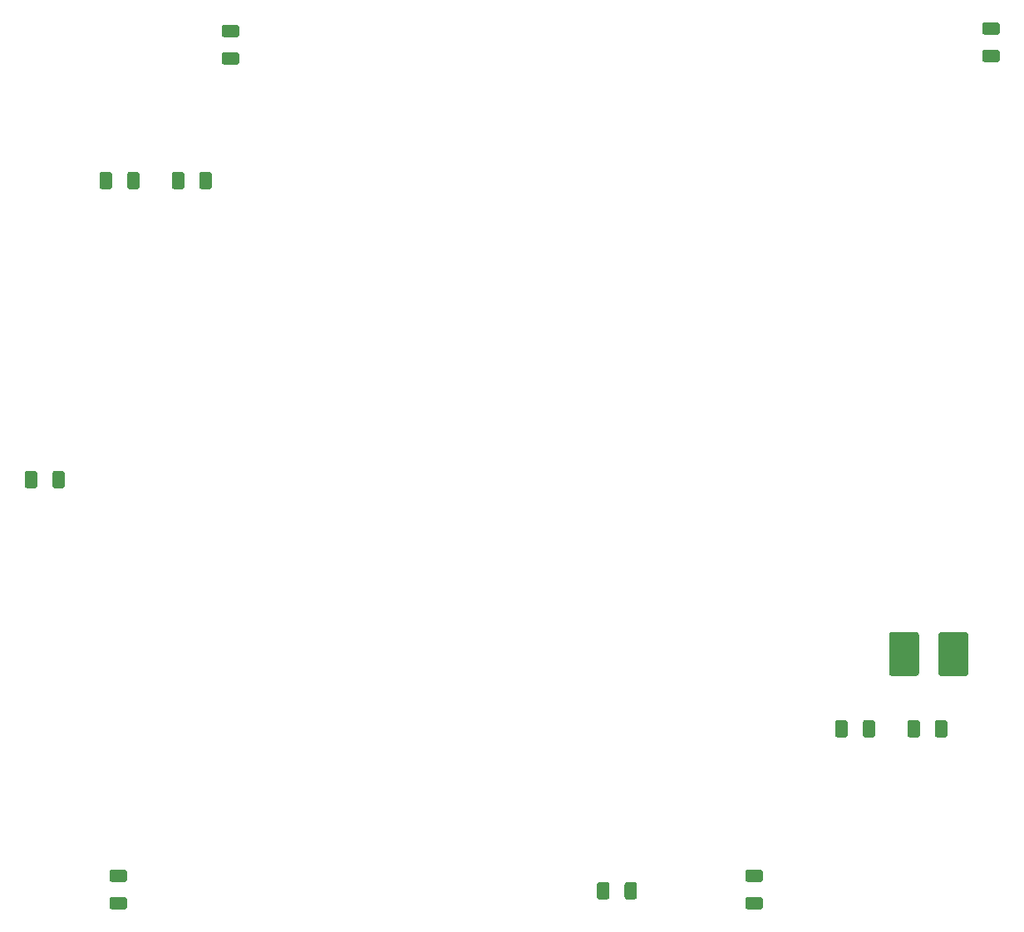
<source format=gbr>
G04 #@! TF.GenerationSoftware,KiCad,Pcbnew,(5.1.2-1)-1*
G04 #@! TF.CreationDate,2021-12-03T18:04:06-05:00*
G04 #@! TF.ProjectId,TMP76C75T,544d5037-3643-4373-9554-2e6b69636164,rev?*
G04 #@! TF.SameCoordinates,Original*
G04 #@! TF.FileFunction,Paste,Top*
G04 #@! TF.FilePolarity,Positive*
%FSLAX46Y46*%
G04 Gerber Fmt 4.6, Leading zero omitted, Abs format (unit mm)*
G04 Created by KiCad (PCBNEW (5.1.2-1)-1) date 2021-12-03 18:04:06*
%MOMM*%
%LPD*%
G04 APERTURE LIST*
%ADD10C,0.100000*%
%ADD11C,3.025000*%
%ADD12C,1.250000*%
G04 APERTURE END LIST*
D10*
G36*
X180329503Y-114616204D02*
G01*
X180353772Y-114619804D01*
X180377570Y-114625765D01*
X180400670Y-114634030D01*
X180422849Y-114644520D01*
X180443892Y-114657133D01*
X180463598Y-114671748D01*
X180481776Y-114688224D01*
X180498252Y-114706402D01*
X180512867Y-114726108D01*
X180525480Y-114747151D01*
X180535970Y-114769330D01*
X180544235Y-114792430D01*
X180550196Y-114816228D01*
X180553796Y-114840497D01*
X180555000Y-114865001D01*
X180555000Y-118814999D01*
X180553796Y-118839503D01*
X180550196Y-118863772D01*
X180544235Y-118887570D01*
X180535970Y-118910670D01*
X180525480Y-118932849D01*
X180512867Y-118953892D01*
X180498252Y-118973598D01*
X180481776Y-118991776D01*
X180463598Y-119008252D01*
X180443892Y-119022867D01*
X180422849Y-119035480D01*
X180400670Y-119045970D01*
X180377570Y-119054235D01*
X180353772Y-119060196D01*
X180329503Y-119063796D01*
X180304999Y-119065000D01*
X177780001Y-119065000D01*
X177755497Y-119063796D01*
X177731228Y-119060196D01*
X177707430Y-119054235D01*
X177684330Y-119045970D01*
X177662151Y-119035480D01*
X177641108Y-119022867D01*
X177621402Y-119008252D01*
X177603224Y-118991776D01*
X177586748Y-118973598D01*
X177572133Y-118953892D01*
X177559520Y-118932849D01*
X177549030Y-118910670D01*
X177540765Y-118887570D01*
X177534804Y-118863772D01*
X177531204Y-118839503D01*
X177530000Y-118814999D01*
X177530000Y-114865001D01*
X177531204Y-114840497D01*
X177534804Y-114816228D01*
X177540765Y-114792430D01*
X177549030Y-114769330D01*
X177559520Y-114747151D01*
X177572133Y-114726108D01*
X177586748Y-114706402D01*
X177603224Y-114688224D01*
X177621402Y-114671748D01*
X177641108Y-114657133D01*
X177662151Y-114644520D01*
X177684330Y-114634030D01*
X177707430Y-114625765D01*
X177731228Y-114619804D01*
X177755497Y-114616204D01*
X177780001Y-114615000D01*
X180304999Y-114615000D01*
X180329503Y-114616204D01*
X180329503Y-114616204D01*
G37*
D11*
X179042500Y-116840000D03*
D10*
G36*
X175304503Y-114616204D02*
G01*
X175328772Y-114619804D01*
X175352570Y-114625765D01*
X175375670Y-114634030D01*
X175397849Y-114644520D01*
X175418892Y-114657133D01*
X175438598Y-114671748D01*
X175456776Y-114688224D01*
X175473252Y-114706402D01*
X175487867Y-114726108D01*
X175500480Y-114747151D01*
X175510970Y-114769330D01*
X175519235Y-114792430D01*
X175525196Y-114816228D01*
X175528796Y-114840497D01*
X175530000Y-114865001D01*
X175530000Y-118814999D01*
X175528796Y-118839503D01*
X175525196Y-118863772D01*
X175519235Y-118887570D01*
X175510970Y-118910670D01*
X175500480Y-118932849D01*
X175487867Y-118953892D01*
X175473252Y-118973598D01*
X175456776Y-118991776D01*
X175438598Y-119008252D01*
X175418892Y-119022867D01*
X175397849Y-119035480D01*
X175375670Y-119045970D01*
X175352570Y-119054235D01*
X175328772Y-119060196D01*
X175304503Y-119063796D01*
X175279999Y-119065000D01*
X172755001Y-119065000D01*
X172730497Y-119063796D01*
X172706228Y-119060196D01*
X172682430Y-119054235D01*
X172659330Y-119045970D01*
X172637151Y-119035480D01*
X172616108Y-119022867D01*
X172596402Y-119008252D01*
X172578224Y-118991776D01*
X172561748Y-118973598D01*
X172547133Y-118953892D01*
X172534520Y-118932849D01*
X172524030Y-118910670D01*
X172515765Y-118887570D01*
X172509804Y-118863772D01*
X172506204Y-118839503D01*
X172505000Y-118814999D01*
X172505000Y-114865001D01*
X172506204Y-114840497D01*
X172509804Y-114816228D01*
X172515765Y-114792430D01*
X172524030Y-114769330D01*
X172534520Y-114747151D01*
X172547133Y-114726108D01*
X172561748Y-114706402D01*
X172578224Y-114688224D01*
X172596402Y-114671748D01*
X172616108Y-114657133D01*
X172637151Y-114644520D01*
X172659330Y-114634030D01*
X172682430Y-114625765D01*
X172706228Y-114619804D01*
X172730497Y-114616204D01*
X172755001Y-114615000D01*
X175279999Y-114615000D01*
X175304503Y-114616204D01*
X175304503Y-114616204D01*
G37*
D11*
X174017500Y-116840000D03*
D10*
G36*
X146579504Y-140096204D02*
G01*
X146603773Y-140099804D01*
X146627571Y-140105765D01*
X146650671Y-140114030D01*
X146672849Y-140124520D01*
X146693893Y-140137133D01*
X146713598Y-140151747D01*
X146731777Y-140168223D01*
X146748253Y-140186402D01*
X146762867Y-140206107D01*
X146775480Y-140227151D01*
X146785970Y-140249329D01*
X146794235Y-140272429D01*
X146800196Y-140296227D01*
X146803796Y-140320496D01*
X146805000Y-140345000D01*
X146805000Y-141595000D01*
X146803796Y-141619504D01*
X146800196Y-141643773D01*
X146794235Y-141667571D01*
X146785970Y-141690671D01*
X146775480Y-141712849D01*
X146762867Y-141733893D01*
X146748253Y-141753598D01*
X146731777Y-141771777D01*
X146713598Y-141788253D01*
X146693893Y-141802867D01*
X146672849Y-141815480D01*
X146650671Y-141825970D01*
X146627571Y-141834235D01*
X146603773Y-141840196D01*
X146579504Y-141843796D01*
X146555000Y-141845000D01*
X145805000Y-141845000D01*
X145780496Y-141843796D01*
X145756227Y-141840196D01*
X145732429Y-141834235D01*
X145709329Y-141825970D01*
X145687151Y-141815480D01*
X145666107Y-141802867D01*
X145646402Y-141788253D01*
X145628223Y-141771777D01*
X145611747Y-141753598D01*
X145597133Y-141733893D01*
X145584520Y-141712849D01*
X145574030Y-141690671D01*
X145565765Y-141667571D01*
X145559804Y-141643773D01*
X145556204Y-141619504D01*
X145555000Y-141595000D01*
X145555000Y-140345000D01*
X145556204Y-140320496D01*
X145559804Y-140296227D01*
X145565765Y-140272429D01*
X145574030Y-140249329D01*
X145584520Y-140227151D01*
X145597133Y-140206107D01*
X145611747Y-140186402D01*
X145628223Y-140168223D01*
X145646402Y-140151747D01*
X145666107Y-140137133D01*
X145687151Y-140124520D01*
X145709329Y-140114030D01*
X145732429Y-140105765D01*
X145756227Y-140099804D01*
X145780496Y-140096204D01*
X145805000Y-140095000D01*
X146555000Y-140095000D01*
X146579504Y-140096204D01*
X146579504Y-140096204D01*
G37*
D12*
X146180000Y-140970000D03*
D10*
G36*
X143779504Y-140096204D02*
G01*
X143803773Y-140099804D01*
X143827571Y-140105765D01*
X143850671Y-140114030D01*
X143872849Y-140124520D01*
X143893893Y-140137133D01*
X143913598Y-140151747D01*
X143931777Y-140168223D01*
X143948253Y-140186402D01*
X143962867Y-140206107D01*
X143975480Y-140227151D01*
X143985970Y-140249329D01*
X143994235Y-140272429D01*
X144000196Y-140296227D01*
X144003796Y-140320496D01*
X144005000Y-140345000D01*
X144005000Y-141595000D01*
X144003796Y-141619504D01*
X144000196Y-141643773D01*
X143994235Y-141667571D01*
X143985970Y-141690671D01*
X143975480Y-141712849D01*
X143962867Y-141733893D01*
X143948253Y-141753598D01*
X143931777Y-141771777D01*
X143913598Y-141788253D01*
X143893893Y-141802867D01*
X143872849Y-141815480D01*
X143850671Y-141825970D01*
X143827571Y-141834235D01*
X143803773Y-141840196D01*
X143779504Y-141843796D01*
X143755000Y-141845000D01*
X143005000Y-141845000D01*
X142980496Y-141843796D01*
X142956227Y-141840196D01*
X142932429Y-141834235D01*
X142909329Y-141825970D01*
X142887151Y-141815480D01*
X142866107Y-141802867D01*
X142846402Y-141788253D01*
X142828223Y-141771777D01*
X142811747Y-141753598D01*
X142797133Y-141733893D01*
X142784520Y-141712849D01*
X142774030Y-141690671D01*
X142765765Y-141667571D01*
X142759804Y-141643773D01*
X142756204Y-141619504D01*
X142755000Y-141595000D01*
X142755000Y-140345000D01*
X142756204Y-140320496D01*
X142759804Y-140296227D01*
X142765765Y-140272429D01*
X142774030Y-140249329D01*
X142784520Y-140227151D01*
X142797133Y-140206107D01*
X142811747Y-140186402D01*
X142828223Y-140168223D01*
X142846402Y-140151747D01*
X142866107Y-140137133D01*
X142887151Y-140124520D01*
X142909329Y-140114030D01*
X142932429Y-140105765D01*
X142956227Y-140099804D01*
X142980496Y-140096204D01*
X143005000Y-140095000D01*
X143755000Y-140095000D01*
X143779504Y-140096204D01*
X143779504Y-140096204D01*
G37*
D12*
X143380000Y-140970000D03*
D10*
G36*
X159399504Y-141616204D02*
G01*
X159423773Y-141619804D01*
X159447571Y-141625765D01*
X159470671Y-141634030D01*
X159492849Y-141644520D01*
X159513893Y-141657133D01*
X159533598Y-141671747D01*
X159551777Y-141688223D01*
X159568253Y-141706402D01*
X159582867Y-141726107D01*
X159595480Y-141747151D01*
X159605970Y-141769329D01*
X159614235Y-141792429D01*
X159620196Y-141816227D01*
X159623796Y-141840496D01*
X159625000Y-141865000D01*
X159625000Y-142615000D01*
X159623796Y-142639504D01*
X159620196Y-142663773D01*
X159614235Y-142687571D01*
X159605970Y-142710671D01*
X159595480Y-142732849D01*
X159582867Y-142753893D01*
X159568253Y-142773598D01*
X159551777Y-142791777D01*
X159533598Y-142808253D01*
X159513893Y-142822867D01*
X159492849Y-142835480D01*
X159470671Y-142845970D01*
X159447571Y-142854235D01*
X159423773Y-142860196D01*
X159399504Y-142863796D01*
X159375000Y-142865000D01*
X158125000Y-142865000D01*
X158100496Y-142863796D01*
X158076227Y-142860196D01*
X158052429Y-142854235D01*
X158029329Y-142845970D01*
X158007151Y-142835480D01*
X157986107Y-142822867D01*
X157966402Y-142808253D01*
X157948223Y-142791777D01*
X157931747Y-142773598D01*
X157917133Y-142753893D01*
X157904520Y-142732849D01*
X157894030Y-142710671D01*
X157885765Y-142687571D01*
X157879804Y-142663773D01*
X157876204Y-142639504D01*
X157875000Y-142615000D01*
X157875000Y-141865000D01*
X157876204Y-141840496D01*
X157879804Y-141816227D01*
X157885765Y-141792429D01*
X157894030Y-141769329D01*
X157904520Y-141747151D01*
X157917133Y-141726107D01*
X157931747Y-141706402D01*
X157948223Y-141688223D01*
X157966402Y-141671747D01*
X157986107Y-141657133D01*
X158007151Y-141644520D01*
X158029329Y-141634030D01*
X158052429Y-141625765D01*
X158076227Y-141619804D01*
X158100496Y-141616204D01*
X158125000Y-141615000D01*
X159375000Y-141615000D01*
X159399504Y-141616204D01*
X159399504Y-141616204D01*
G37*
D12*
X158750000Y-142240000D03*
D10*
G36*
X159399504Y-138816204D02*
G01*
X159423773Y-138819804D01*
X159447571Y-138825765D01*
X159470671Y-138834030D01*
X159492849Y-138844520D01*
X159513893Y-138857133D01*
X159533598Y-138871747D01*
X159551777Y-138888223D01*
X159568253Y-138906402D01*
X159582867Y-138926107D01*
X159595480Y-138947151D01*
X159605970Y-138969329D01*
X159614235Y-138992429D01*
X159620196Y-139016227D01*
X159623796Y-139040496D01*
X159625000Y-139065000D01*
X159625000Y-139815000D01*
X159623796Y-139839504D01*
X159620196Y-139863773D01*
X159614235Y-139887571D01*
X159605970Y-139910671D01*
X159595480Y-139932849D01*
X159582867Y-139953893D01*
X159568253Y-139973598D01*
X159551777Y-139991777D01*
X159533598Y-140008253D01*
X159513893Y-140022867D01*
X159492849Y-140035480D01*
X159470671Y-140045970D01*
X159447571Y-140054235D01*
X159423773Y-140060196D01*
X159399504Y-140063796D01*
X159375000Y-140065000D01*
X158125000Y-140065000D01*
X158100496Y-140063796D01*
X158076227Y-140060196D01*
X158052429Y-140054235D01*
X158029329Y-140045970D01*
X158007151Y-140035480D01*
X157986107Y-140022867D01*
X157966402Y-140008253D01*
X157948223Y-139991777D01*
X157931747Y-139973598D01*
X157917133Y-139953893D01*
X157904520Y-139932849D01*
X157894030Y-139910671D01*
X157885765Y-139887571D01*
X157879804Y-139863773D01*
X157876204Y-139839504D01*
X157875000Y-139815000D01*
X157875000Y-139065000D01*
X157876204Y-139040496D01*
X157879804Y-139016227D01*
X157885765Y-138992429D01*
X157894030Y-138969329D01*
X157904520Y-138947151D01*
X157917133Y-138926107D01*
X157931747Y-138906402D01*
X157948223Y-138888223D01*
X157966402Y-138871747D01*
X157986107Y-138857133D01*
X158007151Y-138844520D01*
X158029329Y-138834030D01*
X158052429Y-138825765D01*
X158076227Y-138819804D01*
X158100496Y-138816204D01*
X158125000Y-138815000D01*
X159375000Y-138815000D01*
X159399504Y-138816204D01*
X159399504Y-138816204D01*
G37*
D12*
X158750000Y-139440000D03*
D10*
G36*
X170839504Y-123586204D02*
G01*
X170863773Y-123589804D01*
X170887571Y-123595765D01*
X170910671Y-123604030D01*
X170932849Y-123614520D01*
X170953893Y-123627133D01*
X170973598Y-123641747D01*
X170991777Y-123658223D01*
X171008253Y-123676402D01*
X171022867Y-123696107D01*
X171035480Y-123717151D01*
X171045970Y-123739329D01*
X171054235Y-123762429D01*
X171060196Y-123786227D01*
X171063796Y-123810496D01*
X171065000Y-123835000D01*
X171065000Y-125085000D01*
X171063796Y-125109504D01*
X171060196Y-125133773D01*
X171054235Y-125157571D01*
X171045970Y-125180671D01*
X171035480Y-125202849D01*
X171022867Y-125223893D01*
X171008253Y-125243598D01*
X170991777Y-125261777D01*
X170973598Y-125278253D01*
X170953893Y-125292867D01*
X170932849Y-125305480D01*
X170910671Y-125315970D01*
X170887571Y-125324235D01*
X170863773Y-125330196D01*
X170839504Y-125333796D01*
X170815000Y-125335000D01*
X170065000Y-125335000D01*
X170040496Y-125333796D01*
X170016227Y-125330196D01*
X169992429Y-125324235D01*
X169969329Y-125315970D01*
X169947151Y-125305480D01*
X169926107Y-125292867D01*
X169906402Y-125278253D01*
X169888223Y-125261777D01*
X169871747Y-125243598D01*
X169857133Y-125223893D01*
X169844520Y-125202849D01*
X169834030Y-125180671D01*
X169825765Y-125157571D01*
X169819804Y-125133773D01*
X169816204Y-125109504D01*
X169815000Y-125085000D01*
X169815000Y-123835000D01*
X169816204Y-123810496D01*
X169819804Y-123786227D01*
X169825765Y-123762429D01*
X169834030Y-123739329D01*
X169844520Y-123717151D01*
X169857133Y-123696107D01*
X169871747Y-123676402D01*
X169888223Y-123658223D01*
X169906402Y-123641747D01*
X169926107Y-123627133D01*
X169947151Y-123614520D01*
X169969329Y-123604030D01*
X169992429Y-123595765D01*
X170016227Y-123589804D01*
X170040496Y-123586204D01*
X170065000Y-123585000D01*
X170815000Y-123585000D01*
X170839504Y-123586204D01*
X170839504Y-123586204D01*
G37*
D12*
X170440000Y-124460000D03*
D10*
G36*
X168039504Y-123586204D02*
G01*
X168063773Y-123589804D01*
X168087571Y-123595765D01*
X168110671Y-123604030D01*
X168132849Y-123614520D01*
X168153893Y-123627133D01*
X168173598Y-123641747D01*
X168191777Y-123658223D01*
X168208253Y-123676402D01*
X168222867Y-123696107D01*
X168235480Y-123717151D01*
X168245970Y-123739329D01*
X168254235Y-123762429D01*
X168260196Y-123786227D01*
X168263796Y-123810496D01*
X168265000Y-123835000D01*
X168265000Y-125085000D01*
X168263796Y-125109504D01*
X168260196Y-125133773D01*
X168254235Y-125157571D01*
X168245970Y-125180671D01*
X168235480Y-125202849D01*
X168222867Y-125223893D01*
X168208253Y-125243598D01*
X168191777Y-125261777D01*
X168173598Y-125278253D01*
X168153893Y-125292867D01*
X168132849Y-125305480D01*
X168110671Y-125315970D01*
X168087571Y-125324235D01*
X168063773Y-125330196D01*
X168039504Y-125333796D01*
X168015000Y-125335000D01*
X167265000Y-125335000D01*
X167240496Y-125333796D01*
X167216227Y-125330196D01*
X167192429Y-125324235D01*
X167169329Y-125315970D01*
X167147151Y-125305480D01*
X167126107Y-125292867D01*
X167106402Y-125278253D01*
X167088223Y-125261777D01*
X167071747Y-125243598D01*
X167057133Y-125223893D01*
X167044520Y-125202849D01*
X167034030Y-125180671D01*
X167025765Y-125157571D01*
X167019804Y-125133773D01*
X167016204Y-125109504D01*
X167015000Y-125085000D01*
X167015000Y-123835000D01*
X167016204Y-123810496D01*
X167019804Y-123786227D01*
X167025765Y-123762429D01*
X167034030Y-123739329D01*
X167044520Y-123717151D01*
X167057133Y-123696107D01*
X167071747Y-123676402D01*
X167088223Y-123658223D01*
X167106402Y-123641747D01*
X167126107Y-123627133D01*
X167147151Y-123614520D01*
X167169329Y-123604030D01*
X167192429Y-123595765D01*
X167216227Y-123589804D01*
X167240496Y-123586204D01*
X167265000Y-123585000D01*
X168015000Y-123585000D01*
X168039504Y-123586204D01*
X168039504Y-123586204D01*
G37*
D12*
X167640000Y-124460000D03*
D10*
G36*
X94629504Y-141616204D02*
G01*
X94653773Y-141619804D01*
X94677571Y-141625765D01*
X94700671Y-141634030D01*
X94722849Y-141644520D01*
X94743893Y-141657133D01*
X94763598Y-141671747D01*
X94781777Y-141688223D01*
X94798253Y-141706402D01*
X94812867Y-141726107D01*
X94825480Y-141747151D01*
X94835970Y-141769329D01*
X94844235Y-141792429D01*
X94850196Y-141816227D01*
X94853796Y-141840496D01*
X94855000Y-141865000D01*
X94855000Y-142615000D01*
X94853796Y-142639504D01*
X94850196Y-142663773D01*
X94844235Y-142687571D01*
X94835970Y-142710671D01*
X94825480Y-142732849D01*
X94812867Y-142753893D01*
X94798253Y-142773598D01*
X94781777Y-142791777D01*
X94763598Y-142808253D01*
X94743893Y-142822867D01*
X94722849Y-142835480D01*
X94700671Y-142845970D01*
X94677571Y-142854235D01*
X94653773Y-142860196D01*
X94629504Y-142863796D01*
X94605000Y-142865000D01*
X93355000Y-142865000D01*
X93330496Y-142863796D01*
X93306227Y-142860196D01*
X93282429Y-142854235D01*
X93259329Y-142845970D01*
X93237151Y-142835480D01*
X93216107Y-142822867D01*
X93196402Y-142808253D01*
X93178223Y-142791777D01*
X93161747Y-142773598D01*
X93147133Y-142753893D01*
X93134520Y-142732849D01*
X93124030Y-142710671D01*
X93115765Y-142687571D01*
X93109804Y-142663773D01*
X93106204Y-142639504D01*
X93105000Y-142615000D01*
X93105000Y-141865000D01*
X93106204Y-141840496D01*
X93109804Y-141816227D01*
X93115765Y-141792429D01*
X93124030Y-141769329D01*
X93134520Y-141747151D01*
X93147133Y-141726107D01*
X93161747Y-141706402D01*
X93178223Y-141688223D01*
X93196402Y-141671747D01*
X93216107Y-141657133D01*
X93237151Y-141644520D01*
X93259329Y-141634030D01*
X93282429Y-141625765D01*
X93306227Y-141619804D01*
X93330496Y-141616204D01*
X93355000Y-141615000D01*
X94605000Y-141615000D01*
X94629504Y-141616204D01*
X94629504Y-141616204D01*
G37*
D12*
X93980000Y-142240000D03*
D10*
G36*
X94629504Y-138816204D02*
G01*
X94653773Y-138819804D01*
X94677571Y-138825765D01*
X94700671Y-138834030D01*
X94722849Y-138844520D01*
X94743893Y-138857133D01*
X94763598Y-138871747D01*
X94781777Y-138888223D01*
X94798253Y-138906402D01*
X94812867Y-138926107D01*
X94825480Y-138947151D01*
X94835970Y-138969329D01*
X94844235Y-138992429D01*
X94850196Y-139016227D01*
X94853796Y-139040496D01*
X94855000Y-139065000D01*
X94855000Y-139815000D01*
X94853796Y-139839504D01*
X94850196Y-139863773D01*
X94844235Y-139887571D01*
X94835970Y-139910671D01*
X94825480Y-139932849D01*
X94812867Y-139953893D01*
X94798253Y-139973598D01*
X94781777Y-139991777D01*
X94763598Y-140008253D01*
X94743893Y-140022867D01*
X94722849Y-140035480D01*
X94700671Y-140045970D01*
X94677571Y-140054235D01*
X94653773Y-140060196D01*
X94629504Y-140063796D01*
X94605000Y-140065000D01*
X93355000Y-140065000D01*
X93330496Y-140063796D01*
X93306227Y-140060196D01*
X93282429Y-140054235D01*
X93259329Y-140045970D01*
X93237151Y-140035480D01*
X93216107Y-140022867D01*
X93196402Y-140008253D01*
X93178223Y-139991777D01*
X93161747Y-139973598D01*
X93147133Y-139953893D01*
X93134520Y-139932849D01*
X93124030Y-139910671D01*
X93115765Y-139887571D01*
X93109804Y-139863773D01*
X93106204Y-139839504D01*
X93105000Y-139815000D01*
X93105000Y-139065000D01*
X93106204Y-139040496D01*
X93109804Y-139016227D01*
X93115765Y-138992429D01*
X93124030Y-138969329D01*
X93134520Y-138947151D01*
X93147133Y-138926107D01*
X93161747Y-138906402D01*
X93178223Y-138888223D01*
X93196402Y-138871747D01*
X93216107Y-138857133D01*
X93237151Y-138844520D01*
X93259329Y-138834030D01*
X93282429Y-138825765D01*
X93306227Y-138819804D01*
X93330496Y-138816204D01*
X93355000Y-138815000D01*
X94605000Y-138815000D01*
X94629504Y-138816204D01*
X94629504Y-138816204D01*
G37*
D12*
X93980000Y-139440000D03*
D10*
G36*
X85489504Y-98186204D02*
G01*
X85513773Y-98189804D01*
X85537571Y-98195765D01*
X85560671Y-98204030D01*
X85582849Y-98214520D01*
X85603893Y-98227133D01*
X85623598Y-98241747D01*
X85641777Y-98258223D01*
X85658253Y-98276402D01*
X85672867Y-98296107D01*
X85685480Y-98317151D01*
X85695970Y-98339329D01*
X85704235Y-98362429D01*
X85710196Y-98386227D01*
X85713796Y-98410496D01*
X85715000Y-98435000D01*
X85715000Y-99685000D01*
X85713796Y-99709504D01*
X85710196Y-99733773D01*
X85704235Y-99757571D01*
X85695970Y-99780671D01*
X85685480Y-99802849D01*
X85672867Y-99823893D01*
X85658253Y-99843598D01*
X85641777Y-99861777D01*
X85623598Y-99878253D01*
X85603893Y-99892867D01*
X85582849Y-99905480D01*
X85560671Y-99915970D01*
X85537571Y-99924235D01*
X85513773Y-99930196D01*
X85489504Y-99933796D01*
X85465000Y-99935000D01*
X84715000Y-99935000D01*
X84690496Y-99933796D01*
X84666227Y-99930196D01*
X84642429Y-99924235D01*
X84619329Y-99915970D01*
X84597151Y-99905480D01*
X84576107Y-99892867D01*
X84556402Y-99878253D01*
X84538223Y-99861777D01*
X84521747Y-99843598D01*
X84507133Y-99823893D01*
X84494520Y-99802849D01*
X84484030Y-99780671D01*
X84475765Y-99757571D01*
X84469804Y-99733773D01*
X84466204Y-99709504D01*
X84465000Y-99685000D01*
X84465000Y-98435000D01*
X84466204Y-98410496D01*
X84469804Y-98386227D01*
X84475765Y-98362429D01*
X84484030Y-98339329D01*
X84494520Y-98317151D01*
X84507133Y-98296107D01*
X84521747Y-98276402D01*
X84538223Y-98258223D01*
X84556402Y-98241747D01*
X84576107Y-98227133D01*
X84597151Y-98214520D01*
X84619329Y-98204030D01*
X84642429Y-98195765D01*
X84666227Y-98189804D01*
X84690496Y-98186204D01*
X84715000Y-98185000D01*
X85465000Y-98185000D01*
X85489504Y-98186204D01*
X85489504Y-98186204D01*
G37*
D12*
X85090000Y-99060000D03*
D10*
G36*
X88289504Y-98186204D02*
G01*
X88313773Y-98189804D01*
X88337571Y-98195765D01*
X88360671Y-98204030D01*
X88382849Y-98214520D01*
X88403893Y-98227133D01*
X88423598Y-98241747D01*
X88441777Y-98258223D01*
X88458253Y-98276402D01*
X88472867Y-98296107D01*
X88485480Y-98317151D01*
X88495970Y-98339329D01*
X88504235Y-98362429D01*
X88510196Y-98386227D01*
X88513796Y-98410496D01*
X88515000Y-98435000D01*
X88515000Y-99685000D01*
X88513796Y-99709504D01*
X88510196Y-99733773D01*
X88504235Y-99757571D01*
X88495970Y-99780671D01*
X88485480Y-99802849D01*
X88472867Y-99823893D01*
X88458253Y-99843598D01*
X88441777Y-99861777D01*
X88423598Y-99878253D01*
X88403893Y-99892867D01*
X88382849Y-99905480D01*
X88360671Y-99915970D01*
X88337571Y-99924235D01*
X88313773Y-99930196D01*
X88289504Y-99933796D01*
X88265000Y-99935000D01*
X87515000Y-99935000D01*
X87490496Y-99933796D01*
X87466227Y-99930196D01*
X87442429Y-99924235D01*
X87419329Y-99915970D01*
X87397151Y-99905480D01*
X87376107Y-99892867D01*
X87356402Y-99878253D01*
X87338223Y-99861777D01*
X87321747Y-99843598D01*
X87307133Y-99823893D01*
X87294520Y-99802849D01*
X87284030Y-99780671D01*
X87275765Y-99757571D01*
X87269804Y-99733773D01*
X87266204Y-99709504D01*
X87265000Y-99685000D01*
X87265000Y-98435000D01*
X87266204Y-98410496D01*
X87269804Y-98386227D01*
X87275765Y-98362429D01*
X87284030Y-98339329D01*
X87294520Y-98317151D01*
X87307133Y-98296107D01*
X87321747Y-98276402D01*
X87338223Y-98258223D01*
X87356402Y-98241747D01*
X87376107Y-98227133D01*
X87397151Y-98214520D01*
X87419329Y-98204030D01*
X87442429Y-98195765D01*
X87466227Y-98189804D01*
X87490496Y-98186204D01*
X87515000Y-98185000D01*
X88265000Y-98185000D01*
X88289504Y-98186204D01*
X88289504Y-98186204D01*
G37*
D12*
X87890000Y-99060000D03*
D10*
G36*
X106059504Y-52716204D02*
G01*
X106083773Y-52719804D01*
X106107571Y-52725765D01*
X106130671Y-52734030D01*
X106152849Y-52744520D01*
X106173893Y-52757133D01*
X106193598Y-52771747D01*
X106211777Y-52788223D01*
X106228253Y-52806402D01*
X106242867Y-52826107D01*
X106255480Y-52847151D01*
X106265970Y-52869329D01*
X106274235Y-52892429D01*
X106280196Y-52916227D01*
X106283796Y-52940496D01*
X106285000Y-52965000D01*
X106285000Y-53715000D01*
X106283796Y-53739504D01*
X106280196Y-53763773D01*
X106274235Y-53787571D01*
X106265970Y-53810671D01*
X106255480Y-53832849D01*
X106242867Y-53853893D01*
X106228253Y-53873598D01*
X106211777Y-53891777D01*
X106193598Y-53908253D01*
X106173893Y-53922867D01*
X106152849Y-53935480D01*
X106130671Y-53945970D01*
X106107571Y-53954235D01*
X106083773Y-53960196D01*
X106059504Y-53963796D01*
X106035000Y-53965000D01*
X104785000Y-53965000D01*
X104760496Y-53963796D01*
X104736227Y-53960196D01*
X104712429Y-53954235D01*
X104689329Y-53945970D01*
X104667151Y-53935480D01*
X104646107Y-53922867D01*
X104626402Y-53908253D01*
X104608223Y-53891777D01*
X104591747Y-53873598D01*
X104577133Y-53853893D01*
X104564520Y-53832849D01*
X104554030Y-53810671D01*
X104545765Y-53787571D01*
X104539804Y-53763773D01*
X104536204Y-53739504D01*
X104535000Y-53715000D01*
X104535000Y-52965000D01*
X104536204Y-52940496D01*
X104539804Y-52916227D01*
X104545765Y-52892429D01*
X104554030Y-52869329D01*
X104564520Y-52847151D01*
X104577133Y-52826107D01*
X104591747Y-52806402D01*
X104608223Y-52788223D01*
X104626402Y-52771747D01*
X104646107Y-52757133D01*
X104667151Y-52744520D01*
X104689329Y-52734030D01*
X104712429Y-52725765D01*
X104736227Y-52719804D01*
X104760496Y-52716204D01*
X104785000Y-52715000D01*
X106035000Y-52715000D01*
X106059504Y-52716204D01*
X106059504Y-52716204D01*
G37*
D12*
X105410000Y-53340000D03*
D10*
G36*
X106059504Y-55516204D02*
G01*
X106083773Y-55519804D01*
X106107571Y-55525765D01*
X106130671Y-55534030D01*
X106152849Y-55544520D01*
X106173893Y-55557133D01*
X106193598Y-55571747D01*
X106211777Y-55588223D01*
X106228253Y-55606402D01*
X106242867Y-55626107D01*
X106255480Y-55647151D01*
X106265970Y-55669329D01*
X106274235Y-55692429D01*
X106280196Y-55716227D01*
X106283796Y-55740496D01*
X106285000Y-55765000D01*
X106285000Y-56515000D01*
X106283796Y-56539504D01*
X106280196Y-56563773D01*
X106274235Y-56587571D01*
X106265970Y-56610671D01*
X106255480Y-56632849D01*
X106242867Y-56653893D01*
X106228253Y-56673598D01*
X106211777Y-56691777D01*
X106193598Y-56708253D01*
X106173893Y-56722867D01*
X106152849Y-56735480D01*
X106130671Y-56745970D01*
X106107571Y-56754235D01*
X106083773Y-56760196D01*
X106059504Y-56763796D01*
X106035000Y-56765000D01*
X104785000Y-56765000D01*
X104760496Y-56763796D01*
X104736227Y-56760196D01*
X104712429Y-56754235D01*
X104689329Y-56745970D01*
X104667151Y-56735480D01*
X104646107Y-56722867D01*
X104626402Y-56708253D01*
X104608223Y-56691777D01*
X104591747Y-56673598D01*
X104577133Y-56653893D01*
X104564520Y-56632849D01*
X104554030Y-56610671D01*
X104545765Y-56587571D01*
X104539804Y-56563773D01*
X104536204Y-56539504D01*
X104535000Y-56515000D01*
X104535000Y-55765000D01*
X104536204Y-55740496D01*
X104539804Y-55716227D01*
X104545765Y-55692429D01*
X104554030Y-55669329D01*
X104564520Y-55647151D01*
X104577133Y-55626107D01*
X104591747Y-55606402D01*
X104608223Y-55588223D01*
X104626402Y-55571747D01*
X104646107Y-55557133D01*
X104667151Y-55544520D01*
X104689329Y-55534030D01*
X104712429Y-55525765D01*
X104736227Y-55519804D01*
X104760496Y-55516204D01*
X104785000Y-55515000D01*
X106035000Y-55515000D01*
X106059504Y-55516204D01*
X106059504Y-55516204D01*
G37*
D12*
X105410000Y-56140000D03*
D10*
G36*
X183529504Y-52456204D02*
G01*
X183553773Y-52459804D01*
X183577571Y-52465765D01*
X183600671Y-52474030D01*
X183622849Y-52484520D01*
X183643893Y-52497133D01*
X183663598Y-52511747D01*
X183681777Y-52528223D01*
X183698253Y-52546402D01*
X183712867Y-52566107D01*
X183725480Y-52587151D01*
X183735970Y-52609329D01*
X183744235Y-52632429D01*
X183750196Y-52656227D01*
X183753796Y-52680496D01*
X183755000Y-52705000D01*
X183755000Y-53455000D01*
X183753796Y-53479504D01*
X183750196Y-53503773D01*
X183744235Y-53527571D01*
X183735970Y-53550671D01*
X183725480Y-53572849D01*
X183712867Y-53593893D01*
X183698253Y-53613598D01*
X183681777Y-53631777D01*
X183663598Y-53648253D01*
X183643893Y-53662867D01*
X183622849Y-53675480D01*
X183600671Y-53685970D01*
X183577571Y-53694235D01*
X183553773Y-53700196D01*
X183529504Y-53703796D01*
X183505000Y-53705000D01*
X182255000Y-53705000D01*
X182230496Y-53703796D01*
X182206227Y-53700196D01*
X182182429Y-53694235D01*
X182159329Y-53685970D01*
X182137151Y-53675480D01*
X182116107Y-53662867D01*
X182096402Y-53648253D01*
X182078223Y-53631777D01*
X182061747Y-53613598D01*
X182047133Y-53593893D01*
X182034520Y-53572849D01*
X182024030Y-53550671D01*
X182015765Y-53527571D01*
X182009804Y-53503773D01*
X182006204Y-53479504D01*
X182005000Y-53455000D01*
X182005000Y-52705000D01*
X182006204Y-52680496D01*
X182009804Y-52656227D01*
X182015765Y-52632429D01*
X182024030Y-52609329D01*
X182034520Y-52587151D01*
X182047133Y-52566107D01*
X182061747Y-52546402D01*
X182078223Y-52528223D01*
X182096402Y-52511747D01*
X182116107Y-52497133D01*
X182137151Y-52484520D01*
X182159329Y-52474030D01*
X182182429Y-52465765D01*
X182206227Y-52459804D01*
X182230496Y-52456204D01*
X182255000Y-52455000D01*
X183505000Y-52455000D01*
X183529504Y-52456204D01*
X183529504Y-52456204D01*
G37*
D12*
X182880000Y-53080000D03*
D10*
G36*
X183529504Y-55256204D02*
G01*
X183553773Y-55259804D01*
X183577571Y-55265765D01*
X183600671Y-55274030D01*
X183622849Y-55284520D01*
X183643893Y-55297133D01*
X183663598Y-55311747D01*
X183681777Y-55328223D01*
X183698253Y-55346402D01*
X183712867Y-55366107D01*
X183725480Y-55387151D01*
X183735970Y-55409329D01*
X183744235Y-55432429D01*
X183750196Y-55456227D01*
X183753796Y-55480496D01*
X183755000Y-55505000D01*
X183755000Y-56255000D01*
X183753796Y-56279504D01*
X183750196Y-56303773D01*
X183744235Y-56327571D01*
X183735970Y-56350671D01*
X183725480Y-56372849D01*
X183712867Y-56393893D01*
X183698253Y-56413598D01*
X183681777Y-56431777D01*
X183663598Y-56448253D01*
X183643893Y-56462867D01*
X183622849Y-56475480D01*
X183600671Y-56485970D01*
X183577571Y-56494235D01*
X183553773Y-56500196D01*
X183529504Y-56503796D01*
X183505000Y-56505000D01*
X182255000Y-56505000D01*
X182230496Y-56503796D01*
X182206227Y-56500196D01*
X182182429Y-56494235D01*
X182159329Y-56485970D01*
X182137151Y-56475480D01*
X182116107Y-56462867D01*
X182096402Y-56448253D01*
X182078223Y-56431777D01*
X182061747Y-56413598D01*
X182047133Y-56393893D01*
X182034520Y-56372849D01*
X182024030Y-56350671D01*
X182015765Y-56327571D01*
X182009804Y-56303773D01*
X182006204Y-56279504D01*
X182005000Y-56255000D01*
X182005000Y-55505000D01*
X182006204Y-55480496D01*
X182009804Y-55456227D01*
X182015765Y-55432429D01*
X182024030Y-55409329D01*
X182034520Y-55387151D01*
X182047133Y-55366107D01*
X182061747Y-55346402D01*
X182078223Y-55328223D01*
X182096402Y-55311747D01*
X182116107Y-55297133D01*
X182137151Y-55284520D01*
X182159329Y-55274030D01*
X182182429Y-55265765D01*
X182206227Y-55259804D01*
X182230496Y-55256204D01*
X182255000Y-55255000D01*
X183505000Y-55255000D01*
X183529504Y-55256204D01*
X183529504Y-55256204D01*
G37*
D12*
X182880000Y-55880000D03*
D10*
G36*
X178199504Y-123586204D02*
G01*
X178223773Y-123589804D01*
X178247571Y-123595765D01*
X178270671Y-123604030D01*
X178292849Y-123614520D01*
X178313893Y-123627133D01*
X178333598Y-123641747D01*
X178351777Y-123658223D01*
X178368253Y-123676402D01*
X178382867Y-123696107D01*
X178395480Y-123717151D01*
X178405970Y-123739329D01*
X178414235Y-123762429D01*
X178420196Y-123786227D01*
X178423796Y-123810496D01*
X178425000Y-123835000D01*
X178425000Y-125085000D01*
X178423796Y-125109504D01*
X178420196Y-125133773D01*
X178414235Y-125157571D01*
X178405970Y-125180671D01*
X178395480Y-125202849D01*
X178382867Y-125223893D01*
X178368253Y-125243598D01*
X178351777Y-125261777D01*
X178333598Y-125278253D01*
X178313893Y-125292867D01*
X178292849Y-125305480D01*
X178270671Y-125315970D01*
X178247571Y-125324235D01*
X178223773Y-125330196D01*
X178199504Y-125333796D01*
X178175000Y-125335000D01*
X177425000Y-125335000D01*
X177400496Y-125333796D01*
X177376227Y-125330196D01*
X177352429Y-125324235D01*
X177329329Y-125315970D01*
X177307151Y-125305480D01*
X177286107Y-125292867D01*
X177266402Y-125278253D01*
X177248223Y-125261777D01*
X177231747Y-125243598D01*
X177217133Y-125223893D01*
X177204520Y-125202849D01*
X177194030Y-125180671D01*
X177185765Y-125157571D01*
X177179804Y-125133773D01*
X177176204Y-125109504D01*
X177175000Y-125085000D01*
X177175000Y-123835000D01*
X177176204Y-123810496D01*
X177179804Y-123786227D01*
X177185765Y-123762429D01*
X177194030Y-123739329D01*
X177204520Y-123717151D01*
X177217133Y-123696107D01*
X177231747Y-123676402D01*
X177248223Y-123658223D01*
X177266402Y-123641747D01*
X177286107Y-123627133D01*
X177307151Y-123614520D01*
X177329329Y-123604030D01*
X177352429Y-123595765D01*
X177376227Y-123589804D01*
X177400496Y-123586204D01*
X177425000Y-123585000D01*
X178175000Y-123585000D01*
X178199504Y-123586204D01*
X178199504Y-123586204D01*
G37*
D12*
X177800000Y-124460000D03*
D10*
G36*
X175399504Y-123586204D02*
G01*
X175423773Y-123589804D01*
X175447571Y-123595765D01*
X175470671Y-123604030D01*
X175492849Y-123614520D01*
X175513893Y-123627133D01*
X175533598Y-123641747D01*
X175551777Y-123658223D01*
X175568253Y-123676402D01*
X175582867Y-123696107D01*
X175595480Y-123717151D01*
X175605970Y-123739329D01*
X175614235Y-123762429D01*
X175620196Y-123786227D01*
X175623796Y-123810496D01*
X175625000Y-123835000D01*
X175625000Y-125085000D01*
X175623796Y-125109504D01*
X175620196Y-125133773D01*
X175614235Y-125157571D01*
X175605970Y-125180671D01*
X175595480Y-125202849D01*
X175582867Y-125223893D01*
X175568253Y-125243598D01*
X175551777Y-125261777D01*
X175533598Y-125278253D01*
X175513893Y-125292867D01*
X175492849Y-125305480D01*
X175470671Y-125315970D01*
X175447571Y-125324235D01*
X175423773Y-125330196D01*
X175399504Y-125333796D01*
X175375000Y-125335000D01*
X174625000Y-125335000D01*
X174600496Y-125333796D01*
X174576227Y-125330196D01*
X174552429Y-125324235D01*
X174529329Y-125315970D01*
X174507151Y-125305480D01*
X174486107Y-125292867D01*
X174466402Y-125278253D01*
X174448223Y-125261777D01*
X174431747Y-125243598D01*
X174417133Y-125223893D01*
X174404520Y-125202849D01*
X174394030Y-125180671D01*
X174385765Y-125157571D01*
X174379804Y-125133773D01*
X174376204Y-125109504D01*
X174375000Y-125085000D01*
X174375000Y-123835000D01*
X174376204Y-123810496D01*
X174379804Y-123786227D01*
X174385765Y-123762429D01*
X174394030Y-123739329D01*
X174404520Y-123717151D01*
X174417133Y-123696107D01*
X174431747Y-123676402D01*
X174448223Y-123658223D01*
X174466402Y-123641747D01*
X174486107Y-123627133D01*
X174507151Y-123614520D01*
X174529329Y-123604030D01*
X174552429Y-123595765D01*
X174576227Y-123589804D01*
X174600496Y-123586204D01*
X174625000Y-123585000D01*
X175375000Y-123585000D01*
X175399504Y-123586204D01*
X175399504Y-123586204D01*
G37*
D12*
X175000000Y-124460000D03*
D10*
G36*
X93109504Y-67706204D02*
G01*
X93133773Y-67709804D01*
X93157571Y-67715765D01*
X93180671Y-67724030D01*
X93202849Y-67734520D01*
X93223893Y-67747133D01*
X93243598Y-67761747D01*
X93261777Y-67778223D01*
X93278253Y-67796402D01*
X93292867Y-67816107D01*
X93305480Y-67837151D01*
X93315970Y-67859329D01*
X93324235Y-67882429D01*
X93330196Y-67906227D01*
X93333796Y-67930496D01*
X93335000Y-67955000D01*
X93335000Y-69205000D01*
X93333796Y-69229504D01*
X93330196Y-69253773D01*
X93324235Y-69277571D01*
X93315970Y-69300671D01*
X93305480Y-69322849D01*
X93292867Y-69343893D01*
X93278253Y-69363598D01*
X93261777Y-69381777D01*
X93243598Y-69398253D01*
X93223893Y-69412867D01*
X93202849Y-69425480D01*
X93180671Y-69435970D01*
X93157571Y-69444235D01*
X93133773Y-69450196D01*
X93109504Y-69453796D01*
X93085000Y-69455000D01*
X92335000Y-69455000D01*
X92310496Y-69453796D01*
X92286227Y-69450196D01*
X92262429Y-69444235D01*
X92239329Y-69435970D01*
X92217151Y-69425480D01*
X92196107Y-69412867D01*
X92176402Y-69398253D01*
X92158223Y-69381777D01*
X92141747Y-69363598D01*
X92127133Y-69343893D01*
X92114520Y-69322849D01*
X92104030Y-69300671D01*
X92095765Y-69277571D01*
X92089804Y-69253773D01*
X92086204Y-69229504D01*
X92085000Y-69205000D01*
X92085000Y-67955000D01*
X92086204Y-67930496D01*
X92089804Y-67906227D01*
X92095765Y-67882429D01*
X92104030Y-67859329D01*
X92114520Y-67837151D01*
X92127133Y-67816107D01*
X92141747Y-67796402D01*
X92158223Y-67778223D01*
X92176402Y-67761747D01*
X92196107Y-67747133D01*
X92217151Y-67734520D01*
X92239329Y-67724030D01*
X92262429Y-67715765D01*
X92286227Y-67709804D01*
X92310496Y-67706204D01*
X92335000Y-67705000D01*
X93085000Y-67705000D01*
X93109504Y-67706204D01*
X93109504Y-67706204D01*
G37*
D12*
X92710000Y-68580000D03*
D10*
G36*
X95909504Y-67706204D02*
G01*
X95933773Y-67709804D01*
X95957571Y-67715765D01*
X95980671Y-67724030D01*
X96002849Y-67734520D01*
X96023893Y-67747133D01*
X96043598Y-67761747D01*
X96061777Y-67778223D01*
X96078253Y-67796402D01*
X96092867Y-67816107D01*
X96105480Y-67837151D01*
X96115970Y-67859329D01*
X96124235Y-67882429D01*
X96130196Y-67906227D01*
X96133796Y-67930496D01*
X96135000Y-67955000D01*
X96135000Y-69205000D01*
X96133796Y-69229504D01*
X96130196Y-69253773D01*
X96124235Y-69277571D01*
X96115970Y-69300671D01*
X96105480Y-69322849D01*
X96092867Y-69343893D01*
X96078253Y-69363598D01*
X96061777Y-69381777D01*
X96043598Y-69398253D01*
X96023893Y-69412867D01*
X96002849Y-69425480D01*
X95980671Y-69435970D01*
X95957571Y-69444235D01*
X95933773Y-69450196D01*
X95909504Y-69453796D01*
X95885000Y-69455000D01*
X95135000Y-69455000D01*
X95110496Y-69453796D01*
X95086227Y-69450196D01*
X95062429Y-69444235D01*
X95039329Y-69435970D01*
X95017151Y-69425480D01*
X94996107Y-69412867D01*
X94976402Y-69398253D01*
X94958223Y-69381777D01*
X94941747Y-69363598D01*
X94927133Y-69343893D01*
X94914520Y-69322849D01*
X94904030Y-69300671D01*
X94895765Y-69277571D01*
X94889804Y-69253773D01*
X94886204Y-69229504D01*
X94885000Y-69205000D01*
X94885000Y-67955000D01*
X94886204Y-67930496D01*
X94889804Y-67906227D01*
X94895765Y-67882429D01*
X94904030Y-67859329D01*
X94914520Y-67837151D01*
X94927133Y-67816107D01*
X94941747Y-67796402D01*
X94958223Y-67778223D01*
X94976402Y-67761747D01*
X94996107Y-67747133D01*
X95017151Y-67734520D01*
X95039329Y-67724030D01*
X95062429Y-67715765D01*
X95086227Y-67709804D01*
X95110496Y-67706204D01*
X95135000Y-67705000D01*
X95885000Y-67705000D01*
X95909504Y-67706204D01*
X95909504Y-67706204D01*
G37*
D12*
X95510000Y-68580000D03*
D10*
G36*
X100469504Y-67706204D02*
G01*
X100493773Y-67709804D01*
X100517571Y-67715765D01*
X100540671Y-67724030D01*
X100562849Y-67734520D01*
X100583893Y-67747133D01*
X100603598Y-67761747D01*
X100621777Y-67778223D01*
X100638253Y-67796402D01*
X100652867Y-67816107D01*
X100665480Y-67837151D01*
X100675970Y-67859329D01*
X100684235Y-67882429D01*
X100690196Y-67906227D01*
X100693796Y-67930496D01*
X100695000Y-67955000D01*
X100695000Y-69205000D01*
X100693796Y-69229504D01*
X100690196Y-69253773D01*
X100684235Y-69277571D01*
X100675970Y-69300671D01*
X100665480Y-69322849D01*
X100652867Y-69343893D01*
X100638253Y-69363598D01*
X100621777Y-69381777D01*
X100603598Y-69398253D01*
X100583893Y-69412867D01*
X100562849Y-69425480D01*
X100540671Y-69435970D01*
X100517571Y-69444235D01*
X100493773Y-69450196D01*
X100469504Y-69453796D01*
X100445000Y-69455000D01*
X99695000Y-69455000D01*
X99670496Y-69453796D01*
X99646227Y-69450196D01*
X99622429Y-69444235D01*
X99599329Y-69435970D01*
X99577151Y-69425480D01*
X99556107Y-69412867D01*
X99536402Y-69398253D01*
X99518223Y-69381777D01*
X99501747Y-69363598D01*
X99487133Y-69343893D01*
X99474520Y-69322849D01*
X99464030Y-69300671D01*
X99455765Y-69277571D01*
X99449804Y-69253773D01*
X99446204Y-69229504D01*
X99445000Y-69205000D01*
X99445000Y-67955000D01*
X99446204Y-67930496D01*
X99449804Y-67906227D01*
X99455765Y-67882429D01*
X99464030Y-67859329D01*
X99474520Y-67837151D01*
X99487133Y-67816107D01*
X99501747Y-67796402D01*
X99518223Y-67778223D01*
X99536402Y-67761747D01*
X99556107Y-67747133D01*
X99577151Y-67734520D01*
X99599329Y-67724030D01*
X99622429Y-67715765D01*
X99646227Y-67709804D01*
X99670496Y-67706204D01*
X99695000Y-67705000D01*
X100445000Y-67705000D01*
X100469504Y-67706204D01*
X100469504Y-67706204D01*
G37*
D12*
X100070000Y-68580000D03*
D10*
G36*
X103269504Y-67706204D02*
G01*
X103293773Y-67709804D01*
X103317571Y-67715765D01*
X103340671Y-67724030D01*
X103362849Y-67734520D01*
X103383893Y-67747133D01*
X103403598Y-67761747D01*
X103421777Y-67778223D01*
X103438253Y-67796402D01*
X103452867Y-67816107D01*
X103465480Y-67837151D01*
X103475970Y-67859329D01*
X103484235Y-67882429D01*
X103490196Y-67906227D01*
X103493796Y-67930496D01*
X103495000Y-67955000D01*
X103495000Y-69205000D01*
X103493796Y-69229504D01*
X103490196Y-69253773D01*
X103484235Y-69277571D01*
X103475970Y-69300671D01*
X103465480Y-69322849D01*
X103452867Y-69343893D01*
X103438253Y-69363598D01*
X103421777Y-69381777D01*
X103403598Y-69398253D01*
X103383893Y-69412867D01*
X103362849Y-69425480D01*
X103340671Y-69435970D01*
X103317571Y-69444235D01*
X103293773Y-69450196D01*
X103269504Y-69453796D01*
X103245000Y-69455000D01*
X102495000Y-69455000D01*
X102470496Y-69453796D01*
X102446227Y-69450196D01*
X102422429Y-69444235D01*
X102399329Y-69435970D01*
X102377151Y-69425480D01*
X102356107Y-69412867D01*
X102336402Y-69398253D01*
X102318223Y-69381777D01*
X102301747Y-69363598D01*
X102287133Y-69343893D01*
X102274520Y-69322849D01*
X102264030Y-69300671D01*
X102255765Y-69277571D01*
X102249804Y-69253773D01*
X102246204Y-69229504D01*
X102245000Y-69205000D01*
X102245000Y-67955000D01*
X102246204Y-67930496D01*
X102249804Y-67906227D01*
X102255765Y-67882429D01*
X102264030Y-67859329D01*
X102274520Y-67837151D01*
X102287133Y-67816107D01*
X102301747Y-67796402D01*
X102318223Y-67778223D01*
X102336402Y-67761747D01*
X102356107Y-67747133D01*
X102377151Y-67734520D01*
X102399329Y-67724030D01*
X102422429Y-67715765D01*
X102446227Y-67709804D01*
X102470496Y-67706204D01*
X102495000Y-67705000D01*
X103245000Y-67705000D01*
X103269504Y-67706204D01*
X103269504Y-67706204D01*
G37*
D12*
X102870000Y-68580000D03*
M02*

</source>
